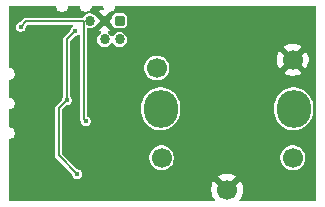
<source format=gbl>
%TF.GenerationSoftware,KiCad,Pcbnew,9.0.0*%
%TF.CreationDate,2025-04-22T13:37:35+01:00*%
%TF.ProjectId,vm_rotary_button_0.3,766d5f72-6f74-4617-9279-5f627574746f,v0.3*%
%TF.SameCoordinates,PX5742de0PY47868c0*%
%TF.FileFunction,Copper,L2,Bot*%
%TF.FilePolarity,Positive*%
%FSLAX45Y45*%
G04 Gerber Fmt 4.5, Leading zero omitted, Abs format (unit mm)*
G04 Created by KiCad (PCBNEW 9.0.0) date 2025-04-22 13:37:35*
%MOMM*%
%LPD*%
G01*
G04 APERTURE LIST*
G04 Aperture macros list*
%AMRoundRect*
0 Rectangle with rounded corners*
0 $1 Rounding radius*
0 $2 $3 $4 $5 $6 $7 $8 $9 X,Y pos of 4 corners*
0 Add a 4 corners polygon primitive as box body*
4,1,4,$2,$3,$4,$5,$6,$7,$8,$9,$2,$3,0*
0 Add four circle primitives for the rounded corners*
1,1,$1+$1,$2,$3*
1,1,$1+$1,$4,$5*
1,1,$1+$1,$6,$7*
1,1,$1+$1,$8,$9*
0 Add four rect primitives between the rounded corners*
20,1,$1+$1,$2,$3,$4,$5,0*
20,1,$1+$1,$4,$5,$6,$7,0*
20,1,$1+$1,$6,$7,$8,$9,0*
20,1,$1+$1,$8,$9,$2,$3,0*%
G04 Aperture macros list end*
%TA.AperFunction,ComponentPad*%
%ADD10RoundRect,0.172720X-0.259080X-0.259080X0.259080X-0.259080X0.259080X0.259080X-0.259080X0.259080X0*%
%TD*%
%TA.AperFunction,ComponentPad*%
%ADD11C,0.863600*%
%TD*%
%TA.AperFunction,ComponentPad*%
%ADD12O,2.900000X3.200000*%
%TD*%
%TA.AperFunction,ComponentPad*%
%ADD13C,1.700000*%
%TD*%
%TA.AperFunction,ViaPad*%
%ADD14C,0.450000*%
%TD*%
%TA.AperFunction,Conductor*%
%ADD15C,0.200000*%
%TD*%
G04 APERTURE END LIST*
D10*
%TO.P,J1,1,Vcc*%
%TO.N,+3V3*%
X-362500Y700000D03*
D11*
%TO.P,J1,2,SWDIO*%
%TO.N,/SWDIO*%
X-362500Y542520D03*
%TO.P,J1,3,GND*%
%TO.N,GND*%
X-489500Y700000D03*
%TO.P,J1,4,SWDCLK*%
%TO.N,/SWCLK*%
X-489500Y542520D03*
%TO.P,J1,5,~{RESET}*%
%TO.N,/nRESET*%
X-616500Y700000D03*
%TD*%
D12*
%TO.P,SW2,6,6*%
%TO.N,unconnected-(SW2-Pad6)*%
X1110100Y-45000D03*
%TO.P,SW2,7,7*%
%TO.N,unconnected-(SW2-Pad7)*%
X-14900Y-45000D03*
D13*
%TO.P,SW2,A,A*%
%TO.N,Net-(R11-Pad2)*%
X1102100Y-460000D03*
%TO.P,SW2,B,B*%
%TO.N,Net-(R10-Pad2)*%
X-7900Y-460000D03*
%TO.P,SW2,C,C*%
%TO.N,GND*%
X1102100Y370000D03*
%TO.P,SW2,D,D*%
%TO.N,/ROT_SW*%
X-47900Y300000D03*
%TO.P,SW2,E,E*%
%TO.N,GND*%
X547100Y-730000D03*
%TD*%
D14*
%TO.N,GND*%
X562100Y-560000D03*
X-1150000Y200000D03*
X-500000Y-450000D03*
X-1150000Y-575000D03*
X-525000Y-675000D03*
X-1150000Y-200000D03*
X92100Y410000D03*
X922100Y360000D03*
X392100Y690000D03*
%TO.N,+3V3*%
X-810000Y30000D03*
X-737500Y615800D03*
X-720000Y-600000D03*
%TO.N,/nRESET*%
X-650000Y-150000D03*
X-1200000Y650000D03*
%TD*%
D15*
%TO.N,+3V3*%
X-880000Y-440000D02*
X-880000Y-40000D01*
X-810000Y543300D02*
X-737500Y615800D01*
X-880000Y-40000D02*
X-810000Y30000D01*
X-720000Y-600000D02*
X-880000Y-440000D01*
X-810000Y30000D02*
X-810000Y543300D01*
%TO.N,/nRESET*%
X-667000Y-133000D02*
X-650000Y-150000D01*
X-1152610Y697390D02*
X-667000Y697390D01*
X-1200000Y650000D02*
X-1152610Y697390D01*
X-667000Y697390D02*
X-667000Y-133000D01*
%TD*%
%TA.AperFunction,Conductor*%
%TO.N,GND*%
G36*
X-901625Y822783D02*
G01*
X-899915Y819312D01*
X-899698Y819370D01*
X-899572Y818902D01*
X-899572Y818901D01*
X-896194Y806294D01*
X-889668Y794990D01*
X-880438Y785760D01*
X-869134Y779234D01*
X-856526Y775856D01*
X-856526Y775856D01*
X-843474Y775856D01*
X-843474Y775856D01*
X-830866Y779234D01*
X-819562Y785760D01*
X-810332Y794990D01*
X-803806Y806294D01*
X-800428Y818901D01*
X-800428Y818902D01*
X-800302Y819370D01*
X-800027Y819296D01*
X-797649Y823419D01*
X-793142Y824950D01*
X-706858Y824950D01*
X-701625Y822783D01*
X-699915Y819312D01*
X-699698Y819370D01*
X-699572Y818902D01*
X-699572Y818901D01*
X-696194Y806294D01*
X-689668Y794990D01*
X-680438Y785760D01*
X-669134Y779234D01*
X-656526Y775856D01*
X-656526Y775856D01*
X-643474Y775856D01*
X-643474Y775856D01*
X-630866Y779234D01*
X-619562Y785760D01*
X-610332Y794990D01*
X-603806Y806294D01*
X-600428Y818901D01*
X-600428Y818902D01*
X-600302Y819370D01*
X-600027Y819296D01*
X-597649Y823419D01*
X-593142Y824950D01*
X-506858Y824950D01*
X-501625Y822783D01*
X-499915Y819312D01*
X-499698Y819370D01*
X-499572Y818902D01*
X-499572Y818901D01*
X-496194Y806294D01*
X-496194Y806293D01*
X-494822Y803917D01*
X-494083Y798302D01*
X-497530Y793809D01*
X-499787Y792959D01*
X-516679Y789599D01*
X-516680Y789599D01*
X-533638Y782575D01*
X-535485Y781341D01*
X-489500Y735355D01*
X-451167Y773688D01*
X-445934Y775856D01*
X-443474Y775856D01*
X-443474Y775856D01*
X-430866Y779234D01*
X-419562Y785760D01*
X-410332Y794990D01*
X-403806Y806294D01*
X-400428Y818901D01*
X-400428Y818902D01*
X-400302Y819370D01*
X-400027Y819296D01*
X-397649Y823419D01*
X-393142Y824950D01*
X1292550Y824950D01*
X1297783Y822783D01*
X1299950Y817550D01*
X1299950Y-817550D01*
X1297783Y-822783D01*
X1292550Y-824950D01*
X659507Y-824950D01*
X654275Y-822783D01*
X652107Y-817550D01*
X653521Y-813200D01*
X662562Y-800756D01*
X662562Y-800755D01*
X672209Y-781822D01*
X672210Y-781822D01*
X678776Y-761614D01*
X678776Y-761612D01*
X682100Y-740625D01*
X682100Y-719375D01*
X678776Y-698388D01*
X678776Y-698386D01*
X672210Y-678178D01*
X672209Y-678178D01*
X662562Y-659245D01*
X662563Y-659245D01*
X658627Y-653828D01*
X597437Y-715018D01*
X596022Y-709736D01*
X589110Y-697765D01*
X579335Y-687990D01*
X567364Y-681079D01*
X562081Y-679663D01*
X623272Y-618473D01*
X617856Y-614538D01*
X617855Y-614538D01*
X598922Y-604891D01*
X598922Y-604890D01*
X578714Y-598324D01*
X578712Y-598324D01*
X557725Y-595000D01*
X536475Y-595000D01*
X515488Y-598324D01*
X515486Y-598324D01*
X495278Y-604890D01*
X476345Y-614537D01*
X470928Y-618473D01*
X532118Y-679663D01*
X526836Y-681079D01*
X514865Y-687990D01*
X505090Y-697765D01*
X498178Y-709736D01*
X496763Y-715018D01*
X435573Y-653828D01*
X431637Y-659245D01*
X421990Y-678179D01*
X415424Y-698386D01*
X415424Y-698388D01*
X412100Y-719375D01*
X412100Y-740625D01*
X415424Y-761612D01*
X415424Y-761614D01*
X421990Y-781822D01*
X421991Y-781822D01*
X431637Y-800755D01*
X431638Y-800756D01*
X440679Y-813200D01*
X442002Y-818708D01*
X439042Y-823537D01*
X434693Y-824950D01*
X-1292550Y-824950D01*
X-1297783Y-822783D01*
X-1299950Y-817550D01*
X-1299950Y-306914D01*
X-1297783Y-301682D01*
X-1293921Y-299778D01*
X-1293942Y-299698D01*
X-1293540Y-299590D01*
X-1293515Y-299578D01*
X-1293475Y-299572D01*
X-1293474Y-299572D01*
X-1280866Y-296194D01*
X-1269562Y-289668D01*
X-1260332Y-280438D01*
X-1253806Y-269134D01*
X-1250428Y-256526D01*
X-1250428Y-243474D01*
X-1253806Y-230866D01*
X-1260332Y-219562D01*
X-1269562Y-210332D01*
X-1280866Y-203806D01*
X-1293474Y-200428D01*
X-1293517Y-200422D01*
X-1293535Y-200411D01*
X-1293942Y-200302D01*
X-1293913Y-200193D01*
X-1298421Y-197590D01*
X-1299950Y-193085D01*
X-1299950Y-56487D01*
X-1297783Y-51254D01*
X-1293921Y-49350D01*
X-1293942Y-49270D01*
X-1293540Y-49162D01*
X-1293515Y-49150D01*
X-1293475Y-49144D01*
X-1293474Y-49144D01*
X-1280866Y-45766D01*
X-1269562Y-39240D01*
X-1260332Y-30010D01*
X-1253806Y-18706D01*
X-1250428Y-6098D01*
X-1250428Y6954D01*
X-1253806Y19562D01*
X-1260332Y30866D01*
X-1269562Y40096D01*
X-1280866Y46622D01*
X-1293474Y50000D01*
X-1293474Y50000D01*
X-1293517Y50006D01*
X-1293535Y50016D01*
X-1293942Y50125D01*
X-1293913Y50235D01*
X-1298421Y52838D01*
X-1299950Y57342D01*
X-1299950Y193513D01*
X-1297783Y198746D01*
X-1293921Y200650D01*
X-1293942Y200730D01*
X-1293540Y200838D01*
X-1293515Y200850D01*
X-1293475Y200856D01*
X-1293474Y200856D01*
X-1280866Y204234D01*
X-1269562Y210760D01*
X-1260332Y219990D01*
X-1253806Y231294D01*
X-1250428Y243901D01*
X-1250428Y256954D01*
X-1253806Y269562D01*
X-1260332Y280866D01*
X-1269562Y290096D01*
X-1280866Y296622D01*
X-1293474Y300000D01*
X-1293474Y300000D01*
X-1293517Y300006D01*
X-1293535Y300017D01*
X-1293942Y300126D01*
X-1293913Y300235D01*
X-1298421Y302838D01*
X-1299950Y307342D01*
X-1299950Y655602D01*
X-1242550Y655602D01*
X-1242550Y644398D01*
X-1239651Y633577D01*
X-1239650Y633576D01*
X-1237922Y630582D01*
X-1234049Y623874D01*
X-1226126Y615952D01*
X-1216424Y610350D01*
X-1205602Y607450D01*
X-1205602Y607450D01*
X-1205602Y607450D01*
X-1194398Y607450D01*
X-1194398Y607450D01*
X-1183576Y610350D01*
X-1173874Y615952D01*
X-1165952Y623874D01*
X-1160350Y633576D01*
X-1157450Y644398D01*
X-1157450Y644398D01*
X-1157450Y646988D01*
X-1155283Y652220D01*
X-1142330Y665173D01*
X-1137098Y667340D01*
X-760947Y667340D01*
X-755715Y665173D01*
X-753547Y659940D01*
X-755715Y654707D01*
X-757247Y653531D01*
X-763626Y649849D01*
X-771548Y641926D01*
X-777150Y632224D01*
X-777150Y632223D01*
X-780050Y621402D01*
X-780050Y618812D01*
X-782217Y613580D01*
X-834046Y561751D01*
X-838002Y554899D01*
X-838002Y554899D01*
X-840050Y547257D01*
X-840050Y63190D01*
X-842217Y57957D01*
X-844048Y56126D01*
X-849650Y46424D01*
X-849650Y46423D01*
X-852550Y35602D01*
X-852550Y33012D01*
X-854717Y27780D01*
X-904046Y-21549D01*
X-908002Y-28401D01*
X-908002Y-28401D01*
X-910050Y-36044D01*
X-910050Y-443956D01*
X-908002Y-451598D01*
X-908002Y-451599D01*
X-904046Y-458451D01*
X-764717Y-597780D01*
X-762550Y-603012D01*
X-762550Y-605602D01*
X-759650Y-616423D01*
X-759650Y-616424D01*
X-759650Y-616424D01*
X-754048Y-626126D01*
X-746126Y-634049D01*
X-736424Y-639650D01*
X-725602Y-642550D01*
X-725602Y-642550D01*
X-725602Y-642550D01*
X-714398Y-642550D01*
X-714398Y-642550D01*
X-703576Y-639650D01*
X-693874Y-634049D01*
X-685952Y-626126D01*
X-680350Y-616424D01*
X-677450Y-605602D01*
X-677450Y-605602D01*
X-677450Y-594398D01*
X-677450Y-594398D01*
X-680350Y-583577D01*
X-680350Y-583576D01*
X-685952Y-573874D01*
X-693874Y-565952D01*
X-695435Y-565050D01*
X-703576Y-560350D01*
X-703577Y-560350D01*
X-714398Y-557450D01*
X-714398Y-557450D01*
X-716988Y-557450D01*
X-722220Y-555283D01*
X-827849Y-449653D01*
X-112950Y-449653D01*
X-112950Y-470346D01*
X-108913Y-490641D01*
X-108913Y-490642D01*
X-100994Y-509760D01*
X-89498Y-526966D01*
X-74866Y-541598D01*
X-57660Y-553094D01*
X-38542Y-561013D01*
X-18247Y-565050D01*
X-18246Y-565050D01*
X2446Y-565050D01*
X2447Y-565050D01*
X22742Y-561013D01*
X41860Y-553094D01*
X59065Y-541598D01*
X73698Y-526966D01*
X85194Y-509760D01*
X93113Y-490642D01*
X97150Y-470346D01*
X97150Y-449653D01*
X997050Y-449653D01*
X997050Y-470346D01*
X1001087Y-490641D01*
X1001087Y-490642D01*
X1009006Y-509760D01*
X1020502Y-526966D01*
X1035134Y-541598D01*
X1052340Y-553094D01*
X1071458Y-561013D01*
X1091754Y-565050D01*
X1091754Y-565050D01*
X1112446Y-565050D01*
X1112447Y-565050D01*
X1132742Y-561013D01*
X1151860Y-553094D01*
X1169066Y-541598D01*
X1183698Y-526966D01*
X1195194Y-509760D01*
X1203113Y-490642D01*
X1207150Y-470346D01*
X1207150Y-449653D01*
X1203113Y-429358D01*
X1195194Y-410240D01*
X1183698Y-393034D01*
X1169066Y-378402D01*
X1151860Y-366906D01*
X1132742Y-358987D01*
X1132741Y-358987D01*
X1117452Y-355945D01*
X1112447Y-354950D01*
X1091754Y-354950D01*
X1087739Y-355749D01*
X1071459Y-358987D01*
X1071458Y-358987D01*
X1052340Y-366906D01*
X1035134Y-378402D01*
X1035134Y-378402D01*
X1020502Y-393034D01*
X1020502Y-393034D01*
X1009006Y-410240D01*
X1001087Y-429358D01*
X1001087Y-429359D01*
X997050Y-449653D01*
X97150Y-449653D01*
X93113Y-429358D01*
X85194Y-410240D01*
X73698Y-393034D01*
X59065Y-378402D01*
X41860Y-366906D01*
X22742Y-358987D01*
X22741Y-358987D01*
X7452Y-355945D01*
X2447Y-354950D01*
X-18247Y-354950D01*
X-22261Y-355749D01*
X-38541Y-358987D01*
X-38542Y-358987D01*
X-57660Y-366906D01*
X-74866Y-378402D01*
X-74866Y-378402D01*
X-89498Y-393034D01*
X-89498Y-393034D01*
X-100994Y-410240D01*
X-108913Y-429358D01*
X-108913Y-429359D01*
X-112950Y-449653D01*
X-827849Y-449653D01*
X-847783Y-429720D01*
X-849950Y-424488D01*
X-849950Y-55512D01*
X-847783Y-50280D01*
X-812220Y-14717D01*
X-806988Y-12550D01*
X-804398Y-12550D01*
X-804398Y-12550D01*
X-793576Y-9650D01*
X-783874Y-4048D01*
X-775951Y3874D01*
X-770350Y13576D01*
X-767450Y24398D01*
X-767450Y24398D01*
X-767450Y35602D01*
X-767450Y35602D01*
X-770350Y46423D01*
X-770350Y46424D01*
X-775951Y56126D01*
X-777783Y57957D01*
X-779950Y63190D01*
X-779950Y527788D01*
X-777783Y533020D01*
X-739720Y571083D01*
X-734488Y573250D01*
X-731898Y573250D01*
X-731898Y573250D01*
X-721076Y576150D01*
X-711374Y581752D01*
X-709683Y583443D01*
X-704450Y585610D01*
X-699217Y583443D01*
X-697050Y578210D01*
X-697050Y-136956D01*
X-695002Y-144599D01*
X-695002Y-144599D01*
X-693542Y-147129D01*
X-692550Y-150829D01*
X-692550Y-155602D01*
X-689651Y-166423D01*
X-689650Y-166424D01*
X-689650Y-166424D01*
X-684049Y-176126D01*
X-676126Y-184048D01*
X-666424Y-189650D01*
X-655602Y-192550D01*
X-655602Y-192550D01*
X-655602Y-192550D01*
X-644398Y-192550D01*
X-644398Y-192550D01*
X-633576Y-189650D01*
X-623874Y-184048D01*
X-615952Y-176126D01*
X-610350Y-166424D01*
X-607450Y-155602D01*
X-607450Y-155602D01*
X-607450Y-144398D01*
X-607450Y-144398D01*
X-610350Y-133577D01*
X-610350Y-133576D01*
X-615952Y-123874D01*
X-623874Y-115951D01*
X-629232Y-112858D01*
X-633250Y-110538D01*
X-636698Y-106045D01*
X-636950Y-104129D01*
X-636950Y-17010D01*
X-179950Y-17010D01*
X-179950Y-72990D01*
X-175886Y-98649D01*
X-175886Y-98650D01*
X-167858Y-123357D01*
X-167858Y-123357D01*
X-156064Y-146505D01*
X-156063Y-146505D01*
X-140794Y-167522D01*
X-140793Y-167523D01*
X-122423Y-185893D01*
X-122423Y-185893D01*
X-122422Y-185893D01*
X-102418Y-200428D01*
X-101405Y-201163D01*
X-78257Y-212958D01*
X-78257Y-212958D01*
X-78257Y-212958D01*
X-53550Y-220986D01*
X-53550Y-220986D01*
X-53549Y-220986D01*
X-36443Y-223695D01*
X-27890Y-225050D01*
X-27890Y-225050D01*
X-1910Y-225050D01*
X4505Y-224034D01*
X23749Y-220986D01*
X23750Y-220986D01*
X23750Y-220986D01*
X34967Y-217341D01*
X48457Y-212958D01*
X71605Y-201163D01*
X92623Y-185893D01*
X110993Y-167523D01*
X126263Y-146505D01*
X138058Y-123357D01*
X146086Y-98649D01*
X150150Y-72990D01*
X150150Y-17010D01*
X150150Y-17010D01*
X945050Y-17010D01*
X945050Y-72990D01*
X949114Y-98649D01*
X949114Y-98650D01*
X957142Y-123357D01*
X957142Y-123357D01*
X968936Y-146505D01*
X968937Y-146505D01*
X984206Y-167522D01*
X984207Y-167523D01*
X1002577Y-185893D01*
X1002577Y-185893D01*
X1002577Y-185893D01*
X1022582Y-200428D01*
X1023595Y-201163D01*
X1046743Y-212958D01*
X1046743Y-212958D01*
X1046743Y-212958D01*
X1071450Y-220986D01*
X1071450Y-220986D01*
X1071451Y-220986D01*
X1088557Y-223695D01*
X1097110Y-225050D01*
X1097110Y-225050D01*
X1123090Y-225050D01*
X1129505Y-224034D01*
X1148749Y-220986D01*
X1148750Y-220986D01*
X1148750Y-220986D01*
X1159967Y-217341D01*
X1173457Y-212958D01*
X1196605Y-201163D01*
X1217623Y-185893D01*
X1235993Y-167523D01*
X1251263Y-146505D01*
X1263058Y-123357D01*
X1271086Y-98649D01*
X1275150Y-72990D01*
X1275150Y-17010D01*
X1274787Y-14717D01*
X1273097Y-4048D01*
X1271086Y8649D01*
X1271086Y8650D01*
X1271086Y8650D01*
X1263058Y33357D01*
X1263058Y33357D01*
X1259625Y40096D01*
X1251263Y56505D01*
X1250655Y57342D01*
X1235993Y77523D01*
X1235993Y77523D01*
X1235993Y77523D01*
X1217623Y95893D01*
X1217623Y95893D01*
X1217622Y95893D01*
X1196605Y111163D01*
X1196605Y111164D01*
X1173457Y122958D01*
X1173457Y122958D01*
X1148750Y130986D01*
X1148749Y130986D01*
X1123090Y135050D01*
X1123090Y135050D01*
X1097110Y135050D01*
X1097110Y135050D01*
X1071451Y130986D01*
X1071450Y130986D01*
X1046743Y122958D01*
X1046743Y122958D01*
X1023595Y111164D01*
X1023595Y111163D01*
X1002577Y95893D01*
X984206Y77523D01*
X968937Y56505D01*
X968936Y56505D01*
X957142Y33357D01*
X957142Y33357D01*
X949114Y8650D01*
X949114Y8649D01*
X945050Y-17010D01*
X150150Y-17010D01*
X149787Y-14717D01*
X148097Y-4048D01*
X146086Y8649D01*
X146086Y8650D01*
X146086Y8650D01*
X138058Y33357D01*
X138058Y33357D01*
X134625Y40096D01*
X126263Y56505D01*
X125655Y57342D01*
X110993Y77523D01*
X110993Y77523D01*
X110993Y77523D01*
X92623Y95893D01*
X92623Y95893D01*
X92622Y95893D01*
X71605Y111163D01*
X71605Y111164D01*
X48457Y122958D01*
X48457Y122958D01*
X23750Y130986D01*
X23749Y130986D01*
X-1910Y135050D01*
X-1910Y135050D01*
X-27890Y135050D01*
X-27890Y135050D01*
X-53549Y130986D01*
X-53550Y130986D01*
X-78257Y122958D01*
X-78257Y122958D01*
X-101405Y111164D01*
X-101405Y111163D01*
X-122422Y95893D01*
X-140794Y77523D01*
X-156063Y56505D01*
X-156064Y56505D01*
X-167858Y33357D01*
X-167858Y33357D01*
X-175886Y8650D01*
X-175886Y8649D01*
X-179950Y-17010D01*
X-636950Y-17010D01*
X-636950Y310347D01*
X-152950Y310347D01*
X-152950Y289654D01*
X-148913Y269359D01*
X-148913Y269358D01*
X-140994Y250240D01*
X-133032Y238324D01*
X-129498Y233034D01*
X-114865Y218402D01*
X-97660Y206906D01*
X-78542Y198987D01*
X-58246Y194950D01*
X-58246Y194950D01*
X-37554Y194950D01*
X-37554Y194950D01*
X-17258Y198987D01*
X1860Y206906D01*
X19066Y218402D01*
X33698Y233034D01*
X45194Y250240D01*
X53113Y269358D01*
X57150Y289654D01*
X57150Y310347D01*
X53113Y330642D01*
X45194Y349760D01*
X33698Y366965D01*
X20038Y380625D01*
X967100Y380625D01*
X967100Y359375D01*
X970424Y338388D01*
X970424Y338386D01*
X976990Y318178D01*
X976991Y318178D01*
X986637Y299245D01*
X986638Y299244D01*
X990573Y293828D01*
X1051763Y355019D01*
X1053179Y349736D01*
X1060090Y337765D01*
X1069865Y327990D01*
X1081836Y321079D01*
X1087118Y319663D01*
X1025928Y258473D01*
X1031345Y254538D01*
X1050278Y244891D01*
X1050278Y244890D01*
X1070486Y238324D01*
X1070488Y238324D01*
X1091475Y235000D01*
X1112725Y235000D01*
X1133712Y238324D01*
X1133714Y238324D01*
X1153922Y244890D01*
X1153922Y244891D01*
X1172855Y254538D01*
X1172856Y254538D01*
X1178272Y258473D01*
X1178272Y258473D01*
X1117082Y319663D01*
X1122364Y321079D01*
X1134335Y327990D01*
X1144110Y337765D01*
X1151022Y349736D01*
X1152437Y355018D01*
X1213627Y293828D01*
X1213627Y293828D01*
X1217562Y299244D01*
X1217562Y299245D01*
X1227209Y318178D01*
X1227210Y318178D01*
X1233776Y338386D01*
X1233776Y338388D01*
X1237100Y359375D01*
X1237100Y380625D01*
X1233776Y401612D01*
X1233776Y401614D01*
X1227210Y421822D01*
X1227209Y421822D01*
X1217562Y440755D01*
X1217563Y440755D01*
X1213627Y446172D01*
X1152437Y384982D01*
X1151022Y390264D01*
X1144110Y402235D01*
X1134335Y412010D01*
X1122364Y418921D01*
X1117081Y420337D01*
X1178272Y481527D01*
X1172856Y485462D01*
X1172855Y485462D01*
X1153922Y495109D01*
X1153922Y495110D01*
X1133714Y501676D01*
X1133712Y501676D01*
X1112725Y505000D01*
X1091475Y505000D01*
X1070488Y501676D01*
X1070486Y501676D01*
X1050279Y495110D01*
X1031345Y485463D01*
X1025928Y481527D01*
X1087118Y420337D01*
X1081836Y418921D01*
X1069865Y412010D01*
X1060090Y402235D01*
X1053179Y390264D01*
X1051763Y384982D01*
X990573Y446172D01*
X986637Y440755D01*
X976990Y421821D01*
X970424Y401614D01*
X970424Y401612D01*
X967100Y380625D01*
X20038Y380625D01*
X19066Y381598D01*
X1860Y393094D01*
X-17258Y401013D01*
X-17259Y401013D01*
X-32548Y404054D01*
X-37554Y405050D01*
X-58246Y405050D01*
X-62261Y404251D01*
X-78541Y401013D01*
X-78542Y401013D01*
X-97660Y393094D01*
X-114865Y381598D01*
X-114866Y381598D01*
X-129498Y366966D01*
X-129498Y366965D01*
X-140994Y349760D01*
X-148913Y330642D01*
X-148913Y330641D01*
X-152950Y310347D01*
X-636950Y310347D01*
X-636950Y548748D01*
X-552730Y548748D01*
X-552730Y536293D01*
X-550300Y524077D01*
X-550300Y524076D01*
X-545534Y512570D01*
X-540476Y505000D01*
X-538614Y502213D01*
X-529807Y493406D01*
X-519451Y486486D01*
X-519450Y486486D01*
X-519450Y486486D01*
X-516978Y485462D01*
X-507943Y481720D01*
X-495728Y479290D01*
X-495727Y479290D01*
X-483272Y479290D01*
X-483272Y479290D01*
X-471056Y481720D01*
X-459549Y486486D01*
X-449193Y493406D01*
X-440386Y502213D01*
X-433466Y512569D01*
X-432837Y514089D01*
X-428832Y518094D01*
X-423168Y518094D01*
X-419163Y514090D01*
X-418534Y512570D01*
X-418534Y512569D01*
X-413476Y505000D01*
X-411614Y502213D01*
X-402807Y493406D01*
X-392451Y486486D01*
X-392450Y486486D01*
X-392450Y486486D01*
X-389978Y485462D01*
X-380943Y481720D01*
X-368728Y479290D01*
X-368727Y479290D01*
X-356272Y479290D01*
X-356272Y479290D01*
X-344057Y481720D01*
X-332549Y486486D01*
X-322193Y493406D01*
X-313386Y502213D01*
X-306466Y512569D01*
X-301700Y524076D01*
X-299270Y536292D01*
X-299270Y548748D01*
X-301700Y560964D01*
X-302026Y561751D01*
X-306466Y572470D01*
X-313386Y582826D01*
X-313386Y582827D01*
X-322193Y591634D01*
X-332549Y598554D01*
X-332550Y598554D01*
X-332550Y598554D01*
X-344056Y603320D01*
X-344057Y603320D01*
X-353260Y605151D01*
X-356272Y605750D01*
X-368728Y605750D01*
X-371144Y605269D01*
X-380943Y603320D01*
X-380944Y603320D01*
X-392450Y598554D01*
X-402806Y591634D01*
X-411614Y582826D01*
X-418534Y572471D01*
X-419163Y570951D01*
X-423168Y566946D01*
X-428832Y566946D01*
X-432837Y570951D01*
X-433466Y572471D01*
X-440386Y582826D01*
X-440386Y582827D01*
X-449193Y591634D01*
X-459549Y598554D01*
X-459549Y598554D01*
X-459852Y598756D01*
X-459765Y598885D01*
X-463041Y602878D01*
X-462486Y608515D01*
X-458792Y611863D01*
X-445363Y617425D01*
X-443515Y618660D01*
X-443515Y618660D01*
X-489500Y664645D01*
X-535485Y618660D01*
X-535485Y618660D01*
X-533638Y617425D01*
X-520208Y611863D01*
X-516204Y607858D01*
X-516204Y602194D01*
X-519221Y598864D01*
X-519148Y598756D01*
X-529806Y591634D01*
X-538614Y582826D01*
X-545534Y572470D01*
X-550300Y560964D01*
X-550300Y560963D01*
X-552730Y548748D01*
X-636950Y548748D01*
X-636950Y630582D01*
X-634783Y635815D01*
X-629550Y637982D01*
X-628106Y637840D01*
X-628042Y637827D01*
X-622728Y636770D01*
X-622728Y636770D01*
X-610273Y636770D01*
X-610272Y636770D01*
X-598057Y639200D01*
X-586549Y643966D01*
X-576193Y650886D01*
X-575340Y651739D01*
X-571543Y653312D01*
X-524855Y700000D01*
X-524855Y700000D01*
X-528534Y703678D01*
X-517440Y703678D01*
X-517440Y696322D01*
X-515536Y689216D01*
X-511858Y682844D01*
X-506656Y677642D01*
X-500284Y673964D01*
X-493178Y672060D01*
X-485822Y672060D01*
X-478716Y673964D01*
X-472344Y677642D01*
X-467142Y682844D01*
X-463464Y689216D01*
X-461560Y696322D01*
X-461560Y700000D01*
X-454145Y700000D01*
X-427643Y673498D01*
X-425553Y669333D01*
X-424673Y663295D01*
X-419900Y653531D01*
X-419202Y652105D01*
X-410395Y643298D01*
X-399205Y637827D01*
X-391950Y636770D01*
X-391950Y636770D01*
X-333050Y636770D01*
X-333050Y636770D01*
X-325795Y637827D01*
X-314605Y643298D01*
X-305798Y652105D01*
X-300327Y663295D01*
X-299270Y670550D01*
X-299270Y729450D01*
X-300327Y736705D01*
X-305798Y747895D01*
X-314605Y756702D01*
X-325795Y762173D01*
X-333049Y763230D01*
X-333050Y763230D01*
X-391950Y763230D01*
X-391951Y763230D01*
X-399205Y762173D01*
X-410395Y756702D01*
X-419202Y747895D01*
X-424673Y736705D01*
X-425553Y730668D01*
X-427643Y726502D01*
X-454145Y700000D01*
X-461560Y700000D01*
X-461560Y703678D01*
X-463464Y710784D01*
X-467142Y717156D01*
X-472344Y722358D01*
X-478716Y726036D01*
X-485822Y727940D01*
X-493178Y727940D01*
X-500284Y726036D01*
X-506656Y722358D01*
X-511858Y717156D01*
X-515536Y710784D01*
X-517440Y703678D01*
X-528534Y703678D01*
X-571682Y746826D01*
X-574802Y747773D01*
X-575339Y748260D01*
X-576193Y749114D01*
X-586549Y756034D01*
X-586550Y756034D01*
X-586550Y756034D01*
X-598056Y760800D01*
X-598057Y760800D01*
X-607260Y762631D01*
X-610272Y763230D01*
X-622728Y763230D01*
X-625144Y762749D01*
X-634943Y760800D01*
X-634944Y760800D01*
X-646450Y756034D01*
X-656806Y749114D01*
X-665614Y740306D01*
X-672014Y730729D01*
X-676723Y727582D01*
X-678167Y727440D01*
X-1156566Y727440D01*
X-1164209Y725392D01*
X-1164209Y725392D01*
X-1171061Y721436D01*
X-1197780Y694717D01*
X-1203012Y692550D01*
X-1205602Y692550D01*
X-1216423Y689651D01*
X-1216424Y689650D01*
X-1226126Y684049D01*
X-1234049Y676126D01*
X-1239650Y666424D01*
X-1239651Y666423D01*
X-1242550Y655602D01*
X-1299950Y655602D01*
X-1299950Y817550D01*
X-1297783Y822783D01*
X-1292550Y824950D01*
X-906858Y824950D01*
X-901625Y822783D01*
G37*
%TD.AperFunction*%
%TD*%
M02*

</source>
